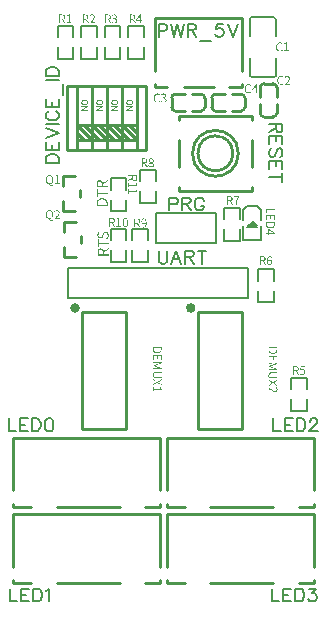
<source format=gto>
G04 Layer: TopSilkscreenLayer*
G04 EasyEDA v6.5.29, 2023-07-08 22:53:17*
G04 f4c6c8685b5442dcac5e84d632293f1e,52c161dc85b4440087471843f8ea1cfe,10*
G04 Gerber Generator version 0.2*
G04 Scale: 100 percent, Rotated: No, Reflected: No *
G04 Dimensions in millimeters *
G04 leading zeros omitted , absolute positions ,4 integer and 5 decimal *
%FSLAX45Y45*%
%MOMM*%

%ADD10C,0.1524*%
%ADD11C,0.0762*%
%ADD12C,0.2032*%
%ADD13C,0.2030*%
%ADD14C,0.2540*%
%ADD15C,0.1500*%
%ADD16C,0.4000*%
%ADD17C,0.0184*%

%LPD*%
G36*
X8977325Y12125706D02*
G01*
X8936177Y12101576D01*
X8934856Y12106300D01*
X8932976Y12110516D01*
X8930538Y12114225D01*
X8927592Y12117324D01*
X8924086Y12119813D01*
X8920022Y12121642D01*
X8915400Y12122759D01*
X8910269Y12123166D01*
X8903665Y12122556D01*
X8898178Y12120829D01*
X8893708Y12117984D01*
X8890152Y12114225D01*
X8887510Y12109551D01*
X8885732Y12104116D01*
X8884666Y12097918D01*
X8884361Y12091162D01*
X8884361Y12073128D01*
X8892997Y12073128D01*
X8892997Y12089384D01*
X8893911Y12099340D01*
X8896858Y12106706D01*
X8902192Y12111228D01*
X8910269Y12112752D01*
X8918346Y12111228D01*
X8924086Y12106706D01*
X8927439Y12099340D01*
X8928557Y12089384D01*
X8928557Y12073128D01*
X8884361Y12073128D01*
X8884361Y12062714D01*
X8977325Y12062714D01*
X8977325Y12073128D01*
X8937193Y12073128D01*
X8937193Y12090654D01*
X8977325Y12113768D01*
G37*
G36*
X8884361Y12045696D02*
G01*
X8884361Y11978386D01*
X8893251Y11978386D01*
X8893251Y12006580D01*
X8977325Y12006580D01*
X8977325Y12017248D01*
X8893251Y12017248D01*
X8893251Y12045696D01*
G37*
G36*
X8930589Y11970004D02*
G01*
X8923528Y11969699D01*
X8917025Y11968784D01*
X8911031Y11967260D01*
X8905595Y11965127D01*
X8900769Y11962384D01*
X8896502Y11959031D01*
X8892844Y11955119D01*
X8889847Y11950598D01*
X8887460Y11945467D01*
X8885732Y11939778D01*
X8884716Y11933478D01*
X8884361Y11926570D01*
X8884361Y11914378D01*
X8892997Y11914378D01*
X8892997Y11925808D01*
X8893251Y11931192D01*
X8894114Y11936120D01*
X8895486Y11940590D01*
X8897416Y11944553D01*
X8899855Y11948058D01*
X8902801Y11951055D01*
X8906256Y11953595D01*
X8910218Y11955678D01*
X8914638Y11957253D01*
X8919514Y11958421D01*
X8924798Y11959132D01*
X8930589Y11959336D01*
X8936278Y11959132D01*
X8941612Y11958421D01*
X8946489Y11957253D01*
X8950960Y11955678D01*
X8954973Y11953595D01*
X8958478Y11951055D01*
X8961526Y11948058D01*
X8964066Y11944553D01*
X8966047Y11940590D01*
X8967470Y11936120D01*
X8968384Y11931192D01*
X8968689Y11925808D01*
X8968689Y11914378D01*
X8884361Y11914378D01*
X8884361Y11903710D01*
X8977325Y11903710D01*
X8977325Y11927078D01*
X8976969Y11933834D01*
X8975852Y11940032D01*
X8974124Y11945670D01*
X8971686Y11950750D01*
X8968587Y11955221D01*
X8964879Y11959132D01*
X8960561Y11962434D01*
X8955684Y11965127D01*
X8950198Y11967260D01*
X8944203Y11968784D01*
X8937650Y11969699D01*
G37*
G36*
X8960916Y11688419D02*
G01*
X8951925Y11686895D01*
X8945168Y11682730D01*
X8940038Y11676634D01*
X8936024Y11669115D01*
X8927998Y11650218D01*
X8924798Y11645239D01*
X8920378Y11641582D01*
X8914180Y11640159D01*
X8908338Y11641480D01*
X8903868Y11645138D01*
X8900972Y11650878D01*
X8899956Y11658193D01*
X8900617Y11664492D01*
X8902446Y11670131D01*
X8905240Y11675160D01*
X8908846Y11679783D01*
X8902242Y11685371D01*
X8897569Y11679986D01*
X8893962Y11673586D01*
X8891676Y11666220D01*
X8890812Y11658193D01*
X8891320Y11652199D01*
X8892641Y11646712D01*
X8894775Y11641836D01*
X8897670Y11637619D01*
X8901176Y11634216D01*
X8905290Y11631625D01*
X8909913Y11630050D01*
X8914942Y11629491D01*
X8923934Y11631218D01*
X8930589Y11635740D01*
X8935313Y11641886D01*
X8938564Y11648541D01*
X8947556Y11668201D01*
X8950909Y11673179D01*
X8955379Y11676532D01*
X8961678Y11677751D01*
X8968282Y11676329D01*
X8973312Y11672316D01*
X8976563Y11665966D01*
X8977680Y11657431D01*
X8976868Y11650116D01*
X8974531Y11643207D01*
X8970822Y11636857D01*
X8965996Y11631269D01*
X8973108Y11624919D01*
X8978950Y11631523D01*
X8983370Y11639143D01*
X8986113Y11647678D01*
X8987078Y11657177D01*
X8986570Y11664035D01*
X8985097Y11670182D01*
X8982710Y11675516D01*
X8979560Y11680037D01*
X8975699Y11683593D01*
X8971229Y11686235D01*
X8966301Y11687860D01*
G37*
G36*
X8892336Y11620855D02*
G01*
X8892336Y11553291D01*
X8901226Y11553291D01*
X8901226Y11581739D01*
X8985300Y11581739D01*
X8985300Y11592407D01*
X8901226Y11592407D01*
X8901226Y11620855D01*
G37*
G36*
X8985300Y11547449D02*
G01*
X8944152Y11523573D01*
X8942832Y11528196D01*
X8941003Y11532412D01*
X8938564Y11536070D01*
X8935618Y11539220D01*
X8932113Y11541709D01*
X8928049Y11543588D01*
X8923426Y11544757D01*
X8918244Y11545163D01*
X8911691Y11544554D01*
X8906205Y11542776D01*
X8901684Y11539982D01*
X8898178Y11536172D01*
X8895537Y11531447D01*
X8893708Y11525961D01*
X8892692Y11519763D01*
X8892336Y11512905D01*
X8892336Y11495125D01*
X8900972Y11495125D01*
X8900972Y11511381D01*
X8901887Y11521287D01*
X8904884Y11528552D01*
X8910218Y11532971D01*
X8918244Y11534495D01*
X8926372Y11532971D01*
X8932062Y11528552D01*
X8935466Y11521287D01*
X8936532Y11511381D01*
X8936532Y11495125D01*
X8892336Y11495125D01*
X8892336Y11484457D01*
X8985300Y11484457D01*
X8985300Y11495125D01*
X8945168Y11495125D01*
X8945168Y11512397D01*
X8985300Y11535765D01*
G37*
G36*
X8569401Y13525601D02*
G01*
X8569401Y13518743D01*
X8590737Y13518743D01*
X8598662Y13518032D01*
X8604504Y13515695D01*
X8608060Y13511479D01*
X8609279Y13505027D01*
X8608060Y13498474D01*
X8604504Y13493851D01*
X8598662Y13491210D01*
X8590737Y13490295D01*
X8577783Y13490295D01*
X8577783Y13518743D01*
X8569401Y13518743D01*
X8569401Y13451179D01*
X8577783Y13451179D01*
X8577783Y13483183D01*
X8591753Y13483183D01*
X8610295Y13451179D01*
X8619693Y13451179D01*
X8600643Y13484199D01*
X8607755Y13486790D01*
X8613190Y13491108D01*
X8616696Y13497204D01*
X8617915Y13505027D01*
X8617458Y13510310D01*
X8616035Y13514679D01*
X8613749Y13518235D01*
X8610701Y13521029D01*
X8606891Y13523112D01*
X8602522Y13524534D01*
X8597493Y13525347D01*
X8592007Y13525601D01*
G37*
G36*
X8650427Y13525601D02*
G01*
X8647277Y13524026D01*
X8643772Y13522604D01*
X8639810Y13521436D01*
X8635187Y13520521D01*
X8635187Y13515187D01*
X8648395Y13515187D01*
X8648395Y13458037D01*
X8631631Y13458037D01*
X8631631Y13451179D01*
X8671763Y13451179D01*
X8671763Y13458037D01*
X8656523Y13458037D01*
X8656523Y13525601D01*
G37*
G36*
X8846210Y13526871D02*
G01*
X8839809Y13526109D01*
X8834170Y13523925D01*
X8829192Y13520470D01*
X8824620Y13515949D01*
X8829446Y13511377D01*
X8832850Y13514832D01*
X8836660Y13517676D01*
X8840774Y13519556D01*
X8845194Y13520267D01*
X8851493Y13519099D01*
X8855913Y13515898D01*
X8858554Y13510971D01*
X8859418Y13504773D01*
X8858910Y13499846D01*
X8857386Y13494664D01*
X8854795Y13489178D01*
X8851138Y13483386D01*
X8846362Y13477240D01*
X8840470Y13470737D01*
X8833358Y13463727D01*
X8825128Y13456259D01*
X8825128Y13451179D01*
X8871102Y13451179D01*
X8871102Y13458291D01*
X8846820Y13458291D01*
X8837574Y13457783D01*
X8844127Y13464082D01*
X8849969Y13470280D01*
X8855100Y13476274D01*
X8859418Y13482167D01*
X8862872Y13488009D01*
X8865412Y13493750D01*
X8866987Y13499388D01*
X8867546Y13505027D01*
X8867190Y13509802D01*
X8866073Y13514019D01*
X8864295Y13517778D01*
X8861806Y13520928D01*
X8858758Y13523468D01*
X8855100Y13525347D01*
X8850934Y13526516D01*
G37*
G36*
X8767216Y13525601D02*
G01*
X8767216Y13518743D01*
X8788552Y13518743D01*
X8796477Y13518032D01*
X8802319Y13515695D01*
X8805875Y13511479D01*
X8807094Y13505027D01*
X8805875Y13498474D01*
X8802319Y13493851D01*
X8796477Y13491210D01*
X8788552Y13490295D01*
X8775598Y13490295D01*
X8775598Y13518743D01*
X8767216Y13518743D01*
X8767216Y13451179D01*
X8775598Y13451179D01*
X8775598Y13483183D01*
X8789568Y13483183D01*
X8808110Y13451179D01*
X8817508Y13451179D01*
X8798458Y13484199D01*
X8805570Y13486790D01*
X8811006Y13491108D01*
X8814511Y13497204D01*
X8815730Y13505027D01*
X8815222Y13510310D01*
X8813800Y13514679D01*
X8811564Y13518235D01*
X8808466Y13521029D01*
X8804706Y13523112D01*
X8800287Y13524534D01*
X8795308Y13525347D01*
X8789822Y13525601D01*
G37*
G36*
X9035338Y13526871D02*
G01*
X9029344Y13526211D01*
X9024010Y13524382D01*
X9019235Y13521639D01*
X9015018Y13518235D01*
X9019590Y13512647D01*
X9022842Y13515644D01*
X9026550Y13517981D01*
X9030665Y13519607D01*
X9035084Y13520267D01*
X9040520Y13519251D01*
X9044584Y13516711D01*
X9047124Y13512850D01*
X9048038Y13507821D01*
X9046921Y13501979D01*
X9043416Y13497356D01*
X9036964Y13494257D01*
X9027210Y13493089D01*
X9027210Y13486739D01*
X9038183Y13485622D01*
X9045498Y13482421D01*
X9049562Y13477544D01*
X9050832Y13471245D01*
X9049664Y13465251D01*
X9046413Y13460679D01*
X9041485Y13457783D01*
X9035338Y13456767D01*
X9029242Y13457478D01*
X9024213Y13459409D01*
X9020048Y13462152D01*
X9016542Y13465403D01*
X9012224Y13460069D01*
X9016288Y13456259D01*
X9021419Y13453008D01*
X9027871Y13450773D01*
X9035846Y13449909D01*
X9040571Y13450316D01*
X9044940Y13451382D01*
X9048902Y13453110D01*
X9052356Y13455497D01*
X9055201Y13458545D01*
X9057386Y13462152D01*
X9058706Y13466318D01*
X9059214Y13470991D01*
X9057944Y13478001D01*
X9054541Y13483590D01*
X9049461Y13487654D01*
X9043212Y13490041D01*
X9043212Y13490295D01*
X9048597Y13493140D01*
X9052864Y13497102D01*
X9055658Y13502233D01*
X9056674Y13508583D01*
X9055049Y13516406D01*
X9050578Y13522147D01*
X9043771Y13525652D01*
G37*
G36*
X8955836Y13525601D02*
G01*
X8955836Y13518743D01*
X8977172Y13518743D01*
X8985097Y13518032D01*
X8990888Y13515695D01*
X8994495Y13511479D01*
X8995714Y13505027D01*
X8994495Y13498474D01*
X8990888Y13493851D01*
X8985097Y13491210D01*
X8977172Y13490295D01*
X8964218Y13490295D01*
X8964218Y13518743D01*
X8955836Y13518743D01*
X8955836Y13451179D01*
X8964218Y13451179D01*
X8964218Y13483183D01*
X8978188Y13483183D01*
X8996730Y13451179D01*
X9006128Y13451179D01*
X8987078Y13484199D01*
X8994140Y13486790D01*
X8999575Y13491108D01*
X9003080Y13497204D01*
X9004350Y13505027D01*
X9003842Y13510310D01*
X9002420Y13514679D01*
X9000134Y13518235D01*
X8997086Y13521029D01*
X8993327Y13523112D01*
X8988907Y13524534D01*
X8983929Y13525347D01*
X8978442Y13525601D01*
G37*
G36*
X9164421Y13525601D02*
G01*
X9164421Y13518743D01*
X9185757Y13518743D01*
X9193682Y13518032D01*
X9199473Y13515695D01*
X9203080Y13511479D01*
X9204299Y13505027D01*
X9203080Y13498474D01*
X9199473Y13493851D01*
X9193682Y13491210D01*
X9185757Y13490295D01*
X9172803Y13490295D01*
X9172803Y13518743D01*
X9164421Y13518743D01*
X9164421Y13451179D01*
X9172803Y13451179D01*
X9172803Y13483183D01*
X9186773Y13483183D01*
X9205315Y13451179D01*
X9214713Y13451179D01*
X9195663Y13484199D01*
X9202724Y13486790D01*
X9208211Y13491108D01*
X9211716Y13497204D01*
X9212935Y13505027D01*
X9212427Y13510310D01*
X9211005Y13514679D01*
X9208770Y13518235D01*
X9205671Y13521029D01*
X9201912Y13523112D01*
X9197492Y13524534D01*
X9192514Y13525347D01*
X9187027Y13525601D01*
G37*
G36*
X9251289Y13525601D02*
G01*
X9220375Y13478611D01*
X9228429Y13478611D01*
X9246463Y13505027D01*
X9252305Y13515949D01*
X9252813Y13515949D01*
X9252305Y13502741D01*
X9252305Y13478611D01*
X9220375Y13478611D01*
X9219539Y13477341D01*
X9219539Y13472007D01*
X9252305Y13472007D01*
X9252305Y13451179D01*
X9260179Y13451179D01*
X9260179Y13472007D01*
X9270339Y13472007D01*
X9270339Y13478611D01*
X9260179Y13478611D01*
X9260179Y13525601D01*
G37*
G36*
X9360357Y10711942D02*
G01*
X9360357Y10703560D01*
X9427921Y10703560D01*
X9427921Y10694416D01*
X9427413Y10688066D01*
X9425940Y10682630D01*
X9423450Y10678058D01*
X9420098Y10674299D01*
X9415830Y10671403D01*
X9410700Y10669371D01*
X9404705Y10668152D01*
X9397949Y10667746D01*
X9391192Y10668152D01*
X9385096Y10669371D01*
X9379864Y10671403D01*
X9375444Y10674299D01*
X9371939Y10678058D01*
X9369348Y10682630D01*
X9367774Y10688066D01*
X9367215Y10694416D01*
X9367215Y10703560D01*
X9360357Y10703560D01*
X9360357Y10693400D01*
X9360662Y10687964D01*
X9361525Y10682986D01*
X9362948Y10678515D01*
X9364929Y10674451D01*
X9367418Y10670895D01*
X9370415Y10667796D01*
X9373870Y10665155D01*
X9377832Y10662970D01*
X9382252Y10661294D01*
X9387078Y10660075D01*
X9392310Y10659364D01*
X9397949Y10659110D01*
X9403588Y10659364D01*
X9408820Y10660075D01*
X9413595Y10661294D01*
X9417913Y10662970D01*
X9421774Y10665155D01*
X9425127Y10667796D01*
X9428022Y10670946D01*
X9430410Y10674553D01*
X9432340Y10678617D01*
X9433661Y10683138D01*
X9434525Y10688167D01*
X9434779Y10693654D01*
X9434779Y10711942D01*
G37*
G36*
X9360357Y10642600D02*
G01*
X9360357Y10599166D01*
X9367469Y10599166D01*
X9367469Y10634218D01*
X9395917Y10634218D01*
X9395917Y10605770D01*
X9403283Y10605770D01*
X9403283Y10634218D01*
X9427667Y10634218D01*
X9427667Y10600182D01*
X9434779Y10600182D01*
X9434779Y10642600D01*
G37*
G36*
X9360357Y10583164D02*
G01*
X9360357Y10575798D01*
X9408464Y10575899D01*
X9424873Y10576814D01*
X9424873Y10576306D01*
X9408109Y10570464D01*
X9367977Y10555732D01*
X9367977Y10549890D01*
X9408109Y10535412D01*
X9424873Y10529570D01*
X9424873Y10529062D01*
X9414103Y10529773D01*
X9403283Y10530078D01*
X9360357Y10530078D01*
X9360357Y10522458D01*
X9434779Y10522458D01*
X9434779Y10532618D01*
X9378391Y10552430D01*
X9378391Y10552938D01*
X9394139Y10558272D01*
X9434779Y10573004D01*
X9434779Y10583164D01*
G37*
G36*
X9390583Y10501884D02*
G01*
X9382455Y10501325D01*
X9375698Y10499801D01*
X9370263Y10497413D01*
X9365996Y10494213D01*
X9362846Y10490301D01*
X9360712Y10485780D01*
X9359493Y10480852D01*
X9359087Y10475468D01*
X9359493Y10470184D01*
X9360712Y10465257D01*
X9362846Y10460837D01*
X9365996Y10456976D01*
X9370263Y10453776D01*
X9375698Y10451338D01*
X9382455Y10449814D01*
X9390583Y10449306D01*
X9434779Y10449306D01*
X9434779Y10457180D01*
X9390583Y10457180D01*
X9384233Y10457535D01*
X9379000Y10458653D01*
X9374835Y10460329D01*
X9371584Y10462615D01*
X9369196Y10465308D01*
X9367621Y10468406D01*
X9366758Y10471810D01*
X9366453Y10475468D01*
X9366758Y10479074D01*
X9367621Y10482478D01*
X9369196Y10485526D01*
X9371584Y10488218D01*
X9374835Y10490403D01*
X9379000Y10492079D01*
X9384233Y10493146D01*
X9390583Y10493502D01*
X9434779Y10493502D01*
X9434779Y10501884D01*
G37*
G36*
X9360357Y10438384D02*
G01*
X9360357Y10429748D01*
X9393123Y10412476D01*
X9393123Y10411968D01*
X9360357Y10394188D01*
X9360357Y10384790D01*
X9398457Y10406634D01*
X9434779Y10386314D01*
X9434779Y10394950D01*
X9407347Y10409529D01*
X9404299Y10410952D01*
X9404299Y10411460D01*
X9410039Y10414457D01*
X9414967Y10417302D01*
X9434779Y10427716D01*
X9434779Y10437114D01*
X9398711Y10416794D01*
G37*
G36*
X9360357Y10374122D02*
G01*
X9360357Y10333990D01*
X9367215Y10333990D01*
X9367215Y10349230D01*
X9434779Y10349230D01*
X9434779Y10355580D01*
X9433153Y10358628D01*
X9431782Y10362133D01*
X9430613Y10366095D01*
X9429699Y10370566D01*
X9424365Y10370566D01*
X9424365Y10357358D01*
X9367215Y10357358D01*
X9367215Y10374122D01*
G37*
G36*
X10340289Y10706862D02*
G01*
X10340289Y10698480D01*
X10407853Y10698480D01*
X10407853Y10689336D01*
X10407345Y10682935D01*
X10405872Y10677398D01*
X10403382Y10672775D01*
X10400030Y10669016D01*
X10395762Y10666120D01*
X10390632Y10664037D01*
X10384637Y10662818D01*
X10377881Y10662412D01*
X10371124Y10662818D01*
X10365079Y10664037D01*
X10359898Y10666120D01*
X10355529Y10669016D01*
X10352024Y10672775D01*
X10349484Y10677398D01*
X10347960Y10682935D01*
X10347401Y10689336D01*
X10347401Y10698480D01*
X10340289Y10698480D01*
X10340289Y10688320D01*
X10340594Y10682884D01*
X10341457Y10677906D01*
X10342880Y10673384D01*
X10344861Y10669320D01*
X10347350Y10665714D01*
X10350347Y10662564D01*
X10353802Y10659872D01*
X10357764Y10657687D01*
X10362184Y10656011D01*
X10367010Y10654741D01*
X10372242Y10654030D01*
X10377881Y10653776D01*
X10383520Y10654030D01*
X10388752Y10654741D01*
X10393527Y10656011D01*
X10397845Y10657687D01*
X10401706Y10659922D01*
X10405059Y10662615D01*
X10407954Y10665764D01*
X10410342Y10669371D01*
X10412272Y10673486D01*
X10413593Y10678058D01*
X10414457Y10683087D01*
X10414711Y10688574D01*
X10414711Y10706862D01*
G37*
G36*
X10340289Y10637520D02*
G01*
X10340289Y10593832D01*
X10347401Y10593832D01*
X10347401Y10628884D01*
X10376103Y10628884D01*
X10376103Y10600436D01*
X10383215Y10600436D01*
X10383215Y10628884D01*
X10407599Y10628884D01*
X10407599Y10595102D01*
X10414711Y10595102D01*
X10414711Y10637520D01*
G37*
G36*
X10340289Y10578084D02*
G01*
X10340289Y10570464D01*
X10388498Y10570565D01*
X10404805Y10571480D01*
X10404805Y10570972D01*
X10388041Y10565130D01*
X10347909Y10550652D01*
X10347909Y10544810D01*
X10404805Y10524236D01*
X10404805Y10523982D01*
X10383469Y10524998D01*
X10340289Y10524998D01*
X10340289Y10517124D01*
X10414711Y10517124D01*
X10414711Y10527538D01*
X10370108Y10543286D01*
X10358323Y10547096D01*
X10358323Y10547604D01*
X10414711Y10567670D01*
X10414711Y10578084D01*
G37*
G36*
X10370515Y10496804D02*
G01*
X10362387Y10496245D01*
X10355630Y10494721D01*
X10350195Y10492333D01*
X10345928Y10489133D01*
X10342778Y10485221D01*
X10340644Y10480700D01*
X10339425Y10475772D01*
X10339019Y10470388D01*
X10339425Y10465003D01*
X10340644Y10460024D01*
X10342778Y10455554D01*
X10345928Y10451642D01*
X10350195Y10448442D01*
X10355630Y10446004D01*
X10362387Y10444480D01*
X10370515Y10443972D01*
X10414711Y10443972D01*
X10414711Y10452100D01*
X10370515Y10452100D01*
X10364216Y10452455D01*
X10359034Y10453522D01*
X10354868Y10455198D01*
X10351617Y10457434D01*
X10349230Y10460126D01*
X10347604Y10463225D01*
X10346690Y10466679D01*
X10346385Y10470388D01*
X10347604Y10477347D01*
X10351617Y10482986D01*
X10359034Y10486796D01*
X10370515Y10488168D01*
X10414711Y10488168D01*
X10414711Y10496804D01*
G37*
G36*
X10340289Y10433304D02*
G01*
X10340289Y10424668D01*
X10373055Y10407142D01*
X10373055Y10406888D01*
X10340289Y10388854D01*
X10340289Y10379710D01*
X10378389Y10401554D01*
X10414711Y10380980D01*
X10414711Y10389870D01*
X10392562Y10401706D01*
X10384485Y10405618D01*
X10384485Y10406126D01*
X10414711Y10422636D01*
X10414711Y10432034D01*
X10378897Y10411460D01*
G37*
G36*
X10405313Y10373868D02*
G01*
X10400487Y10369042D01*
X10404043Y10365587D01*
X10406837Y10361777D01*
X10408716Y10357612D01*
X10409377Y10353040D01*
X10408208Y10346791D01*
X10405008Y10342422D01*
X10400182Y10339882D01*
X10394137Y10339070D01*
X10389209Y10339578D01*
X10383977Y10341051D01*
X10378490Y10343642D01*
X10372699Y10347248D01*
X10366552Y10352024D01*
X10359948Y10357916D01*
X10352938Y10365028D01*
X10345369Y10373360D01*
X10340289Y10373360D01*
X10340289Y10327386D01*
X10347401Y10327386D01*
X10347350Y10354716D01*
X10346893Y10360914D01*
X10353192Y10354360D01*
X10359390Y10348518D01*
X10365435Y10343388D01*
X10371429Y10339070D01*
X10377271Y10335615D01*
X10383062Y10333024D01*
X10388752Y10331450D01*
X10394391Y10330942D01*
X10403332Y10332415D01*
X10410139Y10336631D01*
X10414457Y10343388D01*
X10415981Y10352278D01*
X10415219Y10358628D01*
X10413034Y10364216D01*
X10409682Y10369194D01*
G37*
G36*
X10546791Y10549229D02*
G01*
X10546791Y10542371D01*
X10568127Y10542371D01*
X10576052Y10541660D01*
X10581894Y10539323D01*
X10585450Y10535056D01*
X10586669Y10528655D01*
X10585450Y10522051D01*
X10581894Y10517479D01*
X10576052Y10514787D01*
X10568127Y10513923D01*
X10555173Y10513923D01*
X10555173Y10542371D01*
X10546791Y10542371D01*
X10546791Y10474807D01*
X10555173Y10474807D01*
X10555173Y10506811D01*
X10569143Y10506811D01*
X10587685Y10474807D01*
X10597083Y10474807D01*
X10578033Y10507827D01*
X10585145Y10510367D01*
X10590580Y10514685D01*
X10594086Y10520781D01*
X10595305Y10528655D01*
X10594848Y10533888D01*
X10593425Y10538307D01*
X10591139Y10541863D01*
X10588091Y10544657D01*
X10584281Y10546740D01*
X10579862Y10548162D01*
X10574883Y10548975D01*
X10569397Y10549229D01*
G37*
G36*
X10611307Y10549229D02*
G01*
X10609021Y10514685D01*
X10613593Y10511891D01*
X10616539Y10513720D01*
X10619435Y10515092D01*
X10622534Y10515904D01*
X10626039Y10516209D01*
X10632643Y10514990D01*
X10637672Y10511536D01*
X10640923Y10505998D01*
X10642041Y10498683D01*
X10640771Y10491114D01*
X10637266Y10485323D01*
X10632084Y10481665D01*
X10625785Y10480395D01*
X10619740Y10481106D01*
X10614710Y10482935D01*
X10610494Y10485628D01*
X10606989Y10488777D01*
X10602925Y10483443D01*
X10607141Y10479735D01*
X10612221Y10476585D01*
X10618571Y10474350D01*
X10626293Y10473537D01*
X10630916Y10473944D01*
X10635335Y10475214D01*
X10639399Y10477296D01*
X10643057Y10480141D01*
X10646105Y10483748D01*
X10648391Y10488117D01*
X10649915Y10493146D01*
X10650423Y10498937D01*
X10649966Y10504678D01*
X10648696Y10509605D01*
X10646664Y10513669D01*
X10643920Y10516920D01*
X10640618Y10519410D01*
X10636808Y10521188D01*
X10632592Y10522204D01*
X10628071Y10522559D01*
X10624820Y10522356D01*
X10621873Y10521797D01*
X10619181Y10520832D01*
X10616641Y10519511D01*
X10618673Y10542117D01*
X10646867Y10542117D01*
X10646867Y10549229D01*
G37*
G36*
X10352989Y11480292D02*
G01*
X10347706Y11479784D01*
X10342727Y11478107D01*
X10338104Y11475313D01*
X10334040Y11471148D01*
X10330637Y11465661D01*
X10328046Y11458651D01*
X10326370Y11450116D01*
X10325811Y11439906D01*
X10326098Y11434572D01*
X10333685Y11434572D01*
X10337596Y11439144D01*
X10341610Y11442192D01*
X10345623Y11443919D01*
X10349433Y11444478D01*
X10355580Y11443258D01*
X10359898Y11439804D01*
X10362539Y11434419D01*
X10363403Y11427460D01*
X10362387Y11420348D01*
X10359644Y11414810D01*
X10355478Y11411204D01*
X10350195Y11409934D01*
X10343642Y11411559D01*
X10338663Y11416334D01*
X10335310Y11424107D01*
X10333685Y11434572D01*
X10326098Y11434572D01*
X10326268Y11431422D01*
X10327589Y11424005D01*
X10329773Y11417757D01*
X10332669Y11412575D01*
X10336225Y11408562D01*
X10340340Y11405666D01*
X10345064Y11403939D01*
X10350195Y11403330D01*
X10354360Y11403787D01*
X10358272Y11405057D01*
X10361879Y11407140D01*
X10364978Y11409984D01*
X10367619Y11413490D01*
X10369550Y11417604D01*
X10370820Y11422278D01*
X10371277Y11427460D01*
X10370870Y11432844D01*
X10369804Y11437518D01*
X10368076Y11441480D01*
X10365740Y11444732D01*
X10362793Y11447272D01*
X10359237Y11449100D01*
X10355224Y11450218D01*
X10350703Y11450574D01*
X10346080Y11449964D01*
X10341559Y11448237D01*
X10337292Y11445443D01*
X10333431Y11441684D01*
X10333990Y11449862D01*
X10335260Y11456619D01*
X10337139Y11462105D01*
X10339578Y11466423D01*
X10342524Y11469624D01*
X10345826Y11471808D01*
X10349382Y11473027D01*
X10353243Y11473434D01*
X10356596Y11473027D01*
X10359745Y11471859D01*
X10362641Y11470030D01*
X10365181Y11467592D01*
X10370007Y11472926D01*
X10366654Y11475923D01*
X10362692Y11478260D01*
X10358170Y11479733D01*
G37*
G36*
X10266629Y11479022D02*
G01*
X10266629Y11472164D01*
X10287965Y11472164D01*
X10295890Y11471452D01*
X10301681Y11469116D01*
X10305288Y11464899D01*
X10306507Y11458448D01*
X10305288Y11451844D01*
X10301681Y11447272D01*
X10295890Y11444579D01*
X10287965Y11443716D01*
X10275011Y11443716D01*
X10275011Y11472164D01*
X10266629Y11472164D01*
X10266629Y11404600D01*
X10275011Y11404600D01*
X10275011Y11436604D01*
X10288981Y11436604D01*
X10307523Y11404600D01*
X10316921Y11404600D01*
X10297871Y11437620D01*
X10304932Y11440210D01*
X10310368Y11444528D01*
X10313873Y11450574D01*
X10315143Y11458448D01*
X10314635Y11463731D01*
X10313212Y11468100D01*
X10310926Y11471656D01*
X10307878Y11474450D01*
X10304119Y11476532D01*
X10299700Y11477955D01*
X10294721Y11478768D01*
X10289235Y11479022D01*
G37*
G36*
X10318089Y11882678D02*
G01*
X10318089Y11841276D01*
X10325201Y11841276D01*
X10325201Y11874296D01*
X10392511Y11874296D01*
X10392511Y11882678D01*
G37*
G36*
X10318089Y11828068D02*
G01*
X10318089Y11784634D01*
X10325201Y11784634D01*
X10325201Y11819686D01*
X10353649Y11819686D01*
X10353649Y11791238D01*
X10360761Y11791238D01*
X10360761Y11819686D01*
X10385399Y11819686D01*
X10385399Y11785904D01*
X10392511Y11785904D01*
X10392511Y11828068D01*
G37*
G36*
X10318089Y11768886D02*
G01*
X10318089Y11760504D01*
X10385399Y11760504D01*
X10385399Y11751106D01*
X10384891Y11744756D01*
X10383367Y11739321D01*
X10380929Y11734749D01*
X10377525Y11730990D01*
X10373258Y11728094D01*
X10368127Y11726062D01*
X10362184Y11724843D01*
X10355427Y11724436D01*
X10348722Y11724843D01*
X10342727Y11726062D01*
X10337495Y11728094D01*
X10333126Y11730990D01*
X10329621Y11734749D01*
X10327081Y11739321D01*
X10325455Y11744756D01*
X10324947Y11751106D01*
X10324947Y11760504D01*
X10318089Y11760504D01*
X10318089Y11750090D01*
X10318394Y11744706D01*
X10319207Y11739778D01*
X10320629Y11735308D01*
X10322560Y11731244D01*
X10325049Y11727688D01*
X10327995Y11724538D01*
X10331450Y11721896D01*
X10335361Y11719712D01*
X10339730Y11717985D01*
X10344556Y11716766D01*
X10349788Y11716054D01*
X10355427Y11715800D01*
X10361066Y11716054D01*
X10366298Y11716766D01*
X10371074Y11718036D01*
X10375442Y11719712D01*
X10379303Y11721947D01*
X10382707Y11724640D01*
X10385653Y11727789D01*
X10388092Y11731396D01*
X10389971Y11735511D01*
X10391394Y11740083D01*
X10392206Y11745112D01*
X10392511Y11750598D01*
X10392511Y11768886D01*
G37*
G36*
X10338663Y11707926D02*
G01*
X10338663Y11699036D01*
X10345267Y11699036D01*
X10371937Y11681002D01*
X10382859Y11675160D01*
X10382859Y11674652D01*
X10369397Y11675160D01*
X10345267Y11675160D01*
X10345267Y11699036D01*
X10338663Y11699036D01*
X10338663Y11675160D01*
X10318089Y11675160D01*
X10318089Y11667540D01*
X10338663Y11667540D01*
X10338663Y11657126D01*
X10345267Y11657126D01*
X10345267Y11667540D01*
X10392511Y11667540D01*
X10392511Y11676176D01*
X10343997Y11707926D01*
G37*
G36*
X9987229Y11987022D02*
G01*
X9987229Y11980164D01*
X10008565Y11980164D01*
X10016490Y11979452D01*
X10022281Y11977116D01*
X10025888Y11972848D01*
X10027107Y11966448D01*
X10025888Y11959844D01*
X10022281Y11955272D01*
X10016490Y11952579D01*
X10008565Y11951716D01*
X9995611Y11951716D01*
X9995611Y11980164D01*
X9987229Y11980164D01*
X9987229Y11912600D01*
X9995611Y11912600D01*
X9995611Y11944604D01*
X10009581Y11944604D01*
X10028123Y11912600D01*
X10037521Y11912600D01*
X10018471Y11945620D01*
X10025532Y11948210D01*
X10031018Y11952478D01*
X10034524Y11958574D01*
X10035743Y11966448D01*
X10035235Y11971680D01*
X10033812Y11976100D01*
X10031577Y11979656D01*
X10028478Y11982450D01*
X10024719Y11984532D01*
X10020300Y11985955D01*
X10015321Y11986768D01*
X10009835Y11987022D01*
G37*
G36*
X10045395Y11987022D02*
G01*
X10045395Y11979910D01*
X10081971Y11979910D01*
X10078466Y11974880D01*
X10075367Y11969851D01*
X10072624Y11964873D01*
X10070236Y11959793D01*
X10068153Y11954662D01*
X10066375Y11949379D01*
X10064851Y11943943D01*
X10063632Y11938304D01*
X10062616Y11932361D01*
X10061295Y11919559D01*
X10060889Y11912600D01*
X10069525Y11912600D01*
X10070338Y11926214D01*
X10071862Y11938406D01*
X10072979Y11944146D01*
X10074351Y11949633D01*
X10076129Y11955018D01*
X10078262Y11960352D01*
X10080853Y11965635D01*
X10083901Y11970969D01*
X10087457Y11976354D01*
X10091623Y11981942D01*
X10091623Y11987022D01*
G37*
G36*
X10436301Y13289889D02*
G01*
X10429544Y13289229D01*
X10423296Y13287248D01*
X10417759Y13283996D01*
X10413034Y13279577D01*
X10409123Y13273989D01*
X10406227Y13267385D01*
X10404449Y13259816D01*
X10403840Y13251281D01*
X10404449Y13242798D01*
X10406227Y13235228D01*
X10409123Y13228675D01*
X10412984Y13223189D01*
X10417657Y13218769D01*
X10423093Y13215569D01*
X10429189Y13213588D01*
X10435844Y13212927D01*
X10442600Y13213638D01*
X10448544Y13215721D01*
X10453776Y13219023D01*
X10458399Y13223595D01*
X10453878Y13228929D01*
X10450068Y13225221D01*
X10445953Y13222528D01*
X10441381Y13220852D01*
X10436301Y13220293D01*
X10431068Y13220852D01*
X10426395Y13222528D01*
X10422280Y13225170D01*
X10418876Y13228777D01*
X10416133Y13233298D01*
X10414101Y13238632D01*
X10412882Y13244728D01*
X10412476Y13251535D01*
X10412882Y13258342D01*
X10414203Y13264438D01*
X10416286Y13269722D01*
X10419080Y13274192D01*
X10422585Y13277748D01*
X10426700Y13280390D01*
X10431373Y13281964D01*
X10436606Y13282523D01*
X10441127Y13282015D01*
X10445191Y13280593D01*
X10448848Y13278357D01*
X10452049Y13275411D01*
X10456672Y13280745D01*
X10452912Y13284200D01*
X10448290Y13287146D01*
X10442752Y13289127D01*
G37*
G36*
X10489895Y13288619D02*
G01*
X10486847Y13286994D01*
X10483392Y13285622D01*
X10479430Y13284454D01*
X10474960Y13283539D01*
X10474960Y13278205D01*
X10487863Y13278205D01*
X10487863Y13221055D01*
X10471404Y13221055D01*
X10471404Y13214197D01*
X10511231Y13214197D01*
X10511231Y13221055D01*
X10496245Y13221055D01*
X10496245Y13288619D01*
G37*
G36*
X10446410Y13007340D02*
G01*
X10439603Y13006679D01*
X10433405Y13004647D01*
X10427868Y13001396D01*
X10423093Y12996976D01*
X10419232Y12991439D01*
X10416336Y12984835D01*
X10414508Y12977266D01*
X10413898Y12968732D01*
X10414508Y12960146D01*
X10416286Y12952577D01*
X10419130Y12945973D01*
X10422940Y12940487D01*
X10427614Y12936169D01*
X10433050Y12932968D01*
X10439196Y12931038D01*
X10445902Y12930378D01*
X10452658Y12931089D01*
X10458602Y12933121D01*
X10463885Y12936474D01*
X10468508Y12941046D01*
X10463682Y12946126D01*
X10459923Y12942570D01*
X10455859Y12939928D01*
X10451338Y12938302D01*
X10446156Y12937744D01*
X10440974Y12938302D01*
X10436352Y12939928D01*
X10432288Y12942519D01*
X10428884Y12946126D01*
X10426192Y12950596D01*
X10424160Y12955981D01*
X10422940Y12962077D01*
X10422534Y12968986D01*
X10422940Y12975793D01*
X10424210Y12981838D01*
X10426242Y12987172D01*
X10429036Y12991642D01*
X10432491Y12995198D01*
X10436555Y12997789D01*
X10441228Y12999415D01*
X10446410Y12999974D01*
X10451084Y12999415D01*
X10455198Y12997942D01*
X10458805Y12995706D01*
X10461904Y12992862D01*
X10466730Y12998196D01*
X10463022Y13001650D01*
X10458348Y13004596D01*
X10452811Y13006578D01*
G37*
G36*
X10497972Y13007340D02*
G01*
X10491470Y13006578D01*
X10485831Y13004342D01*
X10480903Y13000888D01*
X10476382Y12996418D01*
X10481208Y12991846D01*
X10484612Y12995249D01*
X10488422Y12997992D01*
X10492536Y12999821D01*
X10496956Y13000482D01*
X10503255Y12999313D01*
X10507675Y12996113D01*
X10510316Y12991287D01*
X10511180Y12985242D01*
X10510672Y12980263D01*
X10509148Y12975082D01*
X10506557Y12969595D01*
X10502900Y12963804D01*
X10498124Y12957657D01*
X10492181Y12951053D01*
X10485120Y12943992D01*
X10476890Y12936474D01*
X10476890Y12931648D01*
X10522864Y12931648D01*
X10522864Y12938760D01*
X10498531Y12938709D01*
X10492282Y12938353D01*
X10489336Y12937998D01*
X10495788Y12944398D01*
X10501630Y12950596D01*
X10506760Y12956641D01*
X10511078Y12962585D01*
X10514584Y12968427D01*
X10517174Y12974167D01*
X10518749Y12979857D01*
X10519308Y12985496D01*
X10518902Y12990220D01*
X10517835Y12994487D01*
X10516057Y12998196D01*
X10513568Y13001345D01*
X10510520Y13003885D01*
X10506862Y13005765D01*
X10502696Y13006933D01*
G37*
G36*
X9400590Y12857276D02*
G01*
X9393834Y12856616D01*
X9387586Y12854635D01*
X9382048Y12851384D01*
X9377324Y12846964D01*
X9373412Y12841376D01*
X9370517Y12834772D01*
X9368739Y12827203D01*
X9368078Y12818668D01*
X9368688Y12810185D01*
X9370466Y12802616D01*
X9373311Y12796062D01*
X9377121Y12790576D01*
X9381845Y12786156D01*
X9387281Y12782956D01*
X9393377Y12780975D01*
X9400082Y12780314D01*
X9406890Y12781026D01*
X9412833Y12783108D01*
X9418066Y12786461D01*
X9422688Y12790982D01*
X9417862Y12796316D01*
X9414154Y12792608D01*
X9410090Y12789916D01*
X9405518Y12788239D01*
X9400336Y12787680D01*
X9395206Y12788239D01*
X9390532Y12789916D01*
X9386519Y12792557D01*
X9383115Y12796164D01*
X9380372Y12800685D01*
X9378391Y12806019D01*
X9377172Y12812115D01*
X9376714Y12818922D01*
X9377172Y12825730D01*
X9378442Y12831826D01*
X9380474Y12837109D01*
X9383217Y12841579D01*
X9386671Y12845135D01*
X9390786Y12847777D01*
X9395409Y12849352D01*
X9400590Y12849910D01*
X9405264Y12849402D01*
X9409379Y12847980D01*
X9412986Y12845745D01*
X9416084Y12842798D01*
X9420910Y12848132D01*
X9417202Y12851638D01*
X9412579Y12854533D01*
X9407042Y12856565D01*
G37*
G36*
X9452660Y12857276D02*
G01*
X9446717Y12856616D01*
X9441332Y12854787D01*
X9436506Y12852044D01*
X9432086Y12848640D01*
X9436658Y12843052D01*
X9440113Y12846050D01*
X9443872Y12848386D01*
X9447987Y12850012D01*
X9452406Y12850672D01*
X9457893Y12849656D01*
X9461957Y12847116D01*
X9464497Y12843256D01*
X9465360Y12838226D01*
X9464294Y12832384D01*
X9460788Y12827711D01*
X9454337Y12824612D01*
X9444532Y12823494D01*
X9444532Y12817144D01*
X9455505Y12816027D01*
X9462820Y12812826D01*
X9466935Y12807950D01*
X9468154Y12801650D01*
X9466986Y12795656D01*
X9463735Y12791084D01*
X9458756Y12788188D01*
X9452406Y12787172D01*
X9446463Y12787884D01*
X9441484Y12789814D01*
X9437268Y12792557D01*
X9433610Y12795808D01*
X9429546Y12790474D01*
X9433560Y12786664D01*
X9438690Y12783413D01*
X9445091Y12781178D01*
X9452914Y12780314D01*
X9457740Y12780670D01*
X9462160Y12781788D01*
X9466122Y12783515D01*
X9469577Y12785902D01*
X9472371Y12788950D01*
X9474504Y12792557D01*
X9475825Y12796723D01*
X9476282Y12801396D01*
X9475063Y12808407D01*
X9471660Y12813995D01*
X9466681Y12818059D01*
X9460534Y12820446D01*
X9460534Y12820700D01*
X9465919Y12823545D01*
X9470085Y12827457D01*
X9472828Y12832588D01*
X9473742Y12838988D01*
X9472168Y12846812D01*
X9467799Y12852552D01*
X9461093Y12856057D01*
G37*
G36*
X10170820Y12937286D02*
G01*
X10164013Y12936626D01*
X10157815Y12934594D01*
X10152278Y12931394D01*
X10147503Y12926923D01*
X10143642Y12921386D01*
X10140746Y12914782D01*
X10138918Y12907213D01*
X10138308Y12898678D01*
X10138918Y12890195D01*
X10140696Y12882626D01*
X10143540Y12876072D01*
X10147350Y12870535D01*
X10152024Y12866166D01*
X10157460Y12862966D01*
X10163606Y12860985D01*
X10170312Y12860324D01*
X10177068Y12861036D01*
X10183012Y12863068D01*
X10188244Y12866420D01*
X10192918Y12870992D01*
X10188092Y12876326D01*
X10184333Y12872618D01*
X10180269Y12869926D01*
X10175697Y12868249D01*
X10170566Y12867690D01*
X10165384Y12868249D01*
X10160762Y12869875D01*
X10156698Y12872567D01*
X10153294Y12876174D01*
X10150602Y12880695D01*
X10148570Y12886029D01*
X10147350Y12892125D01*
X10146944Y12898932D01*
X10147350Y12905740D01*
X10148620Y12911836D01*
X10150652Y12917119D01*
X10153446Y12921589D01*
X10156901Y12925145D01*
X10160965Y12927787D01*
X10165638Y12929362D01*
X10170820Y12929920D01*
X10175494Y12929412D01*
X10179608Y12927990D01*
X10183215Y12925755D01*
X10186314Y12922808D01*
X10191140Y12928142D01*
X10187432Y12931597D01*
X10182758Y12934543D01*
X10177221Y12936524D01*
G37*
G36*
X10230256Y12936016D02*
G01*
X10199341Y12889026D01*
X10207396Y12889026D01*
X10225430Y12915442D01*
X10231272Y12926364D01*
X10231780Y12926364D01*
X10231272Y12913156D01*
X10231272Y12889026D01*
X10199341Y12889026D01*
X10198506Y12887756D01*
X10198506Y12882422D01*
X10231272Y12882422D01*
X10231272Y12861594D01*
X10238892Y12861594D01*
X10238892Y12882422D01*
X10249052Y12882422D01*
X10249052Y12889026D01*
X10238892Y12889026D01*
X10238892Y12936016D01*
G37*
G36*
X8485936Y12166904D02*
G01*
X8479332Y12166244D01*
X8473338Y12164314D01*
X8468004Y12161113D01*
X8463483Y12156744D01*
X8459774Y12151258D01*
X8457031Y12144756D01*
X8455304Y12137237D01*
X8454694Y12128804D01*
X8463330Y12128804D01*
X8463737Y12135561D01*
X8464956Y12141555D01*
X8466886Y12146788D01*
X8469477Y12151258D01*
X8472779Y12154763D01*
X8476640Y12157405D01*
X8481009Y12158980D01*
X8485936Y12159538D01*
X8490915Y12158980D01*
X8495385Y12157405D01*
X8499297Y12154763D01*
X8502599Y12151258D01*
X8505240Y12146788D01*
X8507171Y12141555D01*
X8508390Y12135561D01*
X8508796Y12128804D01*
X8508390Y12121845D01*
X8507171Y12115546D01*
X8505240Y12110110D01*
X8502599Y12105487D01*
X8499297Y12101779D01*
X8495385Y12099086D01*
X8490915Y12097410D01*
X8485936Y12096800D01*
X8481009Y12097410D01*
X8476640Y12099086D01*
X8472779Y12101779D01*
X8469477Y12105487D01*
X8466886Y12110110D01*
X8464956Y12115546D01*
X8463737Y12121845D01*
X8463330Y12128804D01*
X8454694Y12128804D01*
X8455202Y12120880D01*
X8456676Y12113768D01*
X8459012Y12107418D01*
X8462213Y12101982D01*
X8466124Y12097512D01*
X8470747Y12094006D01*
X8476030Y12091568D01*
X8481872Y12090196D01*
X8485886Y12083237D01*
X8491677Y12077750D01*
X8499246Y12074194D01*
X8508542Y12072924D01*
X8514486Y12073331D01*
X8516874Y12073788D01*
X8518702Y12074448D01*
X8517178Y12081052D01*
X8513826Y12080392D01*
X8509558Y12080036D01*
X8503564Y12080697D01*
X8498332Y12082576D01*
X8494014Y12085726D01*
X8490762Y12090196D01*
X8496503Y12091720D01*
X8501684Y12094260D01*
X8506256Y12097766D01*
X8510117Y12102287D01*
X8513216Y12107672D01*
X8515502Y12113920D01*
X8516924Y12120981D01*
X8517432Y12128804D01*
X8516823Y12137237D01*
X8515146Y12144756D01*
X8512352Y12151258D01*
X8508644Y12156744D01*
X8504072Y12161113D01*
X8498687Y12164314D01*
X8492591Y12166244D01*
G37*
G36*
X8551214Y12165634D02*
G01*
X8548065Y12164060D01*
X8544560Y12162637D01*
X8540597Y12161469D01*
X8535974Y12160554D01*
X8535974Y12155220D01*
X8549182Y12155220D01*
X8549182Y12098070D01*
X8532418Y12098070D01*
X8532418Y12091212D01*
X8572550Y12091212D01*
X8572550Y12098070D01*
X8557310Y12098070D01*
X8557310Y12165634D01*
G37*
G36*
X8485936Y11871502D02*
G01*
X8479332Y11870842D01*
X8473338Y11868912D01*
X8468004Y11865711D01*
X8463483Y11861342D01*
X8459774Y11855856D01*
X8457031Y11849354D01*
X8455304Y11841835D01*
X8454694Y11833402D01*
X8463330Y11833402D01*
X8463737Y11840159D01*
X8464956Y11846153D01*
X8466886Y11851386D01*
X8469477Y11855856D01*
X8472779Y11859361D01*
X8476640Y11862003D01*
X8481009Y11863628D01*
X8485936Y11864136D01*
X8490915Y11863628D01*
X8495385Y11862003D01*
X8499297Y11859361D01*
X8502599Y11855856D01*
X8505240Y11851386D01*
X8507171Y11846153D01*
X8508390Y11840159D01*
X8508796Y11833402D01*
X8508390Y11826443D01*
X8507171Y11820144D01*
X8505240Y11814708D01*
X8502599Y11810085D01*
X8499297Y11806377D01*
X8495385Y11803684D01*
X8490915Y11802008D01*
X8485936Y11801398D01*
X8481009Y11802008D01*
X8476640Y11803684D01*
X8472779Y11806377D01*
X8469477Y11810085D01*
X8466886Y11814708D01*
X8464956Y11820144D01*
X8463737Y11826443D01*
X8463330Y11833402D01*
X8454694Y11833402D01*
X8455202Y11825478D01*
X8456676Y11818366D01*
X8459012Y11812016D01*
X8462213Y11806580D01*
X8466124Y11802110D01*
X8470747Y11798604D01*
X8476030Y11796166D01*
X8481872Y11794794D01*
X8485886Y11787835D01*
X8491677Y11782348D01*
X8499246Y11778792D01*
X8508542Y11777522D01*
X8514486Y11777929D01*
X8516874Y11778386D01*
X8518702Y11779046D01*
X8517178Y11785650D01*
X8513826Y11784990D01*
X8509558Y11784634D01*
X8503564Y11785295D01*
X8498332Y11787174D01*
X8494014Y11790324D01*
X8490762Y11794794D01*
X8496503Y11796318D01*
X8501684Y11798858D01*
X8506256Y11802364D01*
X8510117Y11806885D01*
X8513216Y11812270D01*
X8515502Y11818518D01*
X8516924Y11825579D01*
X8517432Y11833402D01*
X8516823Y11841835D01*
X8515146Y11849354D01*
X8512352Y11855856D01*
X8508644Y11861342D01*
X8504072Y11865711D01*
X8498687Y11868912D01*
X8492591Y11870842D01*
G37*
G36*
X8549182Y11871502D02*
G01*
X8542782Y11870740D01*
X8537143Y11868556D01*
X8532164Y11865102D01*
X8527592Y11860580D01*
X8532418Y11856008D01*
X8535822Y11859463D01*
X8539632Y11862257D01*
X8543747Y11864187D01*
X8548166Y11864898D01*
X8554466Y11863730D01*
X8558885Y11860479D01*
X8561527Y11855602D01*
X8562390Y11849404D01*
X8561882Y11844477D01*
X8560358Y11839295D01*
X8557768Y11833809D01*
X8554110Y11828018D01*
X8549335Y11821871D01*
X8543442Y11815368D01*
X8536381Y11808358D01*
X8528100Y11800890D01*
X8528100Y11795810D01*
X8574074Y11795810D01*
X8574074Y11802922D01*
X8549792Y11802872D01*
X8540546Y11802414D01*
X8547100Y11808714D01*
X8552942Y11814911D01*
X8558072Y11820906D01*
X8562390Y11826798D01*
X8565845Y11832640D01*
X8568385Y11838381D01*
X8569960Y11844020D01*
X8570518Y11849658D01*
X8570163Y11854383D01*
X8569045Y11858650D01*
X8567267Y11862409D01*
X8564829Y11865559D01*
X8561730Y11868099D01*
X8558072Y11869978D01*
X8553907Y11871147D01*
G37*
G36*
X9346742Y12309652D02*
G01*
X9338919Y12308281D01*
X9332671Y12304420D01*
X9328454Y12298476D01*
X9326930Y12290856D01*
X9334550Y12290856D01*
X9335465Y12295886D01*
X9338005Y12299848D01*
X9341866Y12302388D01*
X9346742Y12303302D01*
X9352330Y12302236D01*
X9356496Y12299289D01*
X9359087Y12294920D01*
X9359950Y12289586D01*
X9359392Y12285421D01*
X9357817Y12281458D01*
X9355226Y12277750D01*
X9351822Y12274346D01*
X9345371Y12277039D01*
X9339834Y12280392D01*
X9336024Y12284862D01*
X9334550Y12290856D01*
X9326930Y12290856D01*
X9327743Y12285370D01*
X9329877Y12280696D01*
X9333026Y12276886D01*
X9336836Y12273838D01*
X9336836Y12273330D01*
X9331807Y12269978D01*
X9327388Y12265406D01*
X9324289Y12259614D01*
X9323207Y12253264D01*
X9330486Y12253264D01*
X9331299Y12258548D01*
X9333585Y12263272D01*
X9337040Y12267336D01*
X9341408Y12270790D01*
X9349079Y12267539D01*
X9355582Y12263780D01*
X9360052Y12258903D01*
X9361728Y12252248D01*
X9360662Y12246965D01*
X9357563Y12242749D01*
X9352838Y12240006D01*
X9346742Y12239040D01*
X9340342Y12240107D01*
X9335211Y12243104D01*
X9331756Y12247575D01*
X9330486Y12253264D01*
X9323207Y12253264D01*
X9323578Y12248591D01*
X9324898Y12244832D01*
X9326981Y12241428D01*
X9329775Y12238532D01*
X9333230Y12236196D01*
X9337294Y12234418D01*
X9341815Y12233300D01*
X9346742Y12232944D01*
X9356090Y12234418D01*
X9363303Y12238431D01*
X9367977Y12244527D01*
X9369602Y12251994D01*
X9368536Y12258802D01*
X9365742Y12264136D01*
X9361678Y12268301D01*
X9356902Y12271552D01*
X9356902Y12272060D01*
X9360408Y12275159D01*
X9363710Y12279325D01*
X9366148Y12284405D01*
X9367062Y12290094D01*
X9365691Y12297968D01*
X9361678Y12304166D01*
X9355277Y12308179D01*
G37*
G36*
X9265208Y12308636D02*
G01*
X9265208Y12301778D01*
X9286544Y12301778D01*
X9294469Y12301067D01*
X9300311Y12298730D01*
X9303867Y12294463D01*
X9305086Y12288062D01*
X9303867Y12281458D01*
X9300311Y12276886D01*
X9294469Y12274194D01*
X9286544Y12273330D01*
X9273590Y12273330D01*
X9273590Y12301778D01*
X9265208Y12301778D01*
X9265208Y12234214D01*
X9273590Y12234214D01*
X9273590Y12266218D01*
X9287560Y12266218D01*
X9306102Y12234214D01*
X9315500Y12234214D01*
X9296450Y12267234D01*
X9303562Y12269774D01*
X9308998Y12274092D01*
X9312503Y12280188D01*
X9313722Y12288062D01*
X9313214Y12293295D01*
X9311843Y12297714D01*
X9309557Y12301270D01*
X9306509Y12304064D01*
X9302699Y12306147D01*
X9298279Y12307570D01*
X9293301Y12308382D01*
X9287814Y12308636D01*
G37*
G36*
X9283954Y11798909D02*
G01*
X9279788Y11798452D01*
X9275876Y11797182D01*
X9272320Y11795099D01*
X9269272Y11792305D01*
X9266682Y11788800D01*
X9264751Y11784736D01*
X9263532Y11780113D01*
X9263126Y11775033D01*
X9271000Y11775033D01*
X9271965Y11781993D01*
X9274708Y11787479D01*
X9278823Y11791035D01*
X9283954Y11792305D01*
X9290761Y11790680D01*
X9295841Y11786006D01*
X9299194Y11778335D01*
X9300718Y11767921D01*
X9296908Y11763298D01*
X9292793Y11760149D01*
X9288678Y11758320D01*
X9284716Y11757761D01*
X9278721Y11758980D01*
X9274454Y11762486D01*
X9271863Y11767921D01*
X9271000Y11775033D01*
X9263126Y11775033D01*
X9263481Y11769547D01*
X9264548Y11764822D01*
X9266275Y11760809D01*
X9268612Y11757507D01*
X9271558Y11754967D01*
X9275013Y11753138D01*
X9278975Y11752021D01*
X9283446Y11751665D01*
X9288170Y11752275D01*
X9292793Y11754154D01*
X9297111Y11757101D01*
X9300972Y11761063D01*
X9300311Y11752732D01*
X9299041Y11745823D01*
X9297162Y11740235D01*
X9294723Y11735866D01*
X9291929Y11732615D01*
X9288780Y11730431D01*
X9285325Y11729161D01*
X9281668Y11728805D01*
X9278112Y11729161D01*
X9274759Y11730278D01*
X9271762Y11732107D01*
X9269222Y11734647D01*
X9264396Y11729313D01*
X9267748Y11726316D01*
X9271711Y11723979D01*
X9276435Y11722455D01*
X9281922Y11721947D01*
X9287103Y11722455D01*
X9291980Y11724182D01*
X9296501Y11727129D01*
X9300514Y11731447D01*
X9303816Y11737187D01*
X9306407Y11744452D01*
X9308033Y11753291D01*
X9308592Y11763857D01*
X9308134Y11772036D01*
X9306763Y11779199D01*
X9304629Y11785193D01*
X9301683Y11790121D01*
X9298127Y11793982D01*
X9293910Y11796725D01*
X9289186Y11798350D01*
G37*
G36*
X9205214Y11797639D02*
G01*
X9205214Y11790781D01*
X9226550Y11790781D01*
X9234474Y11790070D01*
X9240316Y11787733D01*
X9243872Y11783466D01*
X9245092Y11777065D01*
X9243872Y11770461D01*
X9240316Y11765889D01*
X9234474Y11763197D01*
X9226550Y11762333D01*
X9213596Y11762333D01*
X9213596Y11790781D01*
X9205214Y11790781D01*
X9205214Y11723217D01*
X9213596Y11723217D01*
X9213596Y11755221D01*
X9227566Y11755221D01*
X9246108Y11723217D01*
X9255506Y11723217D01*
X9236456Y11756237D01*
X9243568Y11758777D01*
X9249003Y11763095D01*
X9252508Y11769191D01*
X9253728Y11777065D01*
X9253220Y11782298D01*
X9251797Y11786666D01*
X9249562Y11790273D01*
X9246463Y11793067D01*
X9242704Y11795150D01*
X9238284Y11796572D01*
X9233306Y11797385D01*
X9227820Y11797639D01*
G37*
G36*
X9127490Y11804294D02*
G01*
X9122460Y11803684D01*
X9117990Y11801957D01*
X9114129Y11799011D01*
X9110827Y11794845D01*
X9108186Y11789511D01*
X9106204Y11782958D01*
X9105036Y11775186D01*
X9104630Y11766194D01*
X9112504Y11766194D01*
X9112758Y11773763D01*
X9113570Y11780215D01*
X9114891Y11785650D01*
X9116669Y11790019D01*
X9118854Y11793423D01*
X9121394Y11795810D01*
X9124289Y11797233D01*
X9127490Y11797690D01*
X9130588Y11797233D01*
X9133382Y11795810D01*
X9135872Y11793423D01*
X9137954Y11790019D01*
X9139631Y11785650D01*
X9140901Y11780215D01*
X9141663Y11773763D01*
X9141968Y11766194D01*
X9141663Y11758371D01*
X9140901Y11751716D01*
X9139631Y11746179D01*
X9137954Y11741658D01*
X9135872Y11738254D01*
X9133382Y11735816D01*
X9130588Y11734393D01*
X9127490Y11733936D01*
X9124289Y11734393D01*
X9121394Y11735816D01*
X9118854Y11738254D01*
X9116669Y11741658D01*
X9114891Y11746179D01*
X9113570Y11751716D01*
X9112758Y11758371D01*
X9112504Y11766194D01*
X9104630Y11766194D01*
X9105036Y11756999D01*
X9106204Y11749074D01*
X9108186Y11742369D01*
X9110827Y11736933D01*
X9114129Y11732717D01*
X9117990Y11729720D01*
X9122460Y11727942D01*
X9127490Y11727332D01*
X9132468Y11727942D01*
X9136888Y11729720D01*
X9140748Y11732717D01*
X9144000Y11736933D01*
X9146590Y11742369D01*
X9148521Y11749074D01*
X9149689Y11756999D01*
X9150096Y11766194D01*
X9149689Y11775186D01*
X9148521Y11782958D01*
X9146590Y11789511D01*
X9144000Y11794845D01*
X9140748Y11799011D01*
X9136888Y11801957D01*
X9132468Y11803684D01*
G37*
G36*
X8990330Y11803024D02*
G01*
X8990330Y11796166D01*
X9011920Y11796166D01*
X9019844Y11795455D01*
X9025636Y11793118D01*
X9029242Y11788851D01*
X9030462Y11782450D01*
X9029242Y11775846D01*
X9025636Y11771274D01*
X9019844Y11768582D01*
X9011920Y11767718D01*
X8998712Y11767718D01*
X8998712Y11796166D01*
X8990330Y11796166D01*
X8990330Y11728602D01*
X8998712Y11728602D01*
X8998712Y11760606D01*
X9012682Y11760606D01*
X9031224Y11728602D01*
X9040876Y11728602D01*
X9021572Y11761622D01*
X9028633Y11764213D01*
X9034119Y11768480D01*
X9037574Y11774576D01*
X9038844Y11782450D01*
X9038336Y11787682D01*
X9036913Y11792102D01*
X9034678Y11795658D01*
X9031630Y11798452D01*
X9027871Y11800535D01*
X9023502Y11801957D01*
X9018574Y11802770D01*
X9013190Y11803024D01*
G37*
G36*
X9071356Y11803024D02*
G01*
X9068308Y11801398D01*
X9064802Y11799976D01*
X9060840Y11798858D01*
X9056370Y11797944D01*
X9056370Y11792610D01*
X9069324Y11792610D01*
X9069324Y11735460D01*
X9052814Y11735460D01*
X9052814Y11728602D01*
X9092692Y11728602D01*
X9092692Y11735460D01*
X9077706Y11735460D01*
X9077706Y11803024D01*
G37*
G36*
X9153296Y12164009D02*
G01*
X9153296Y12155627D01*
X9220860Y12155627D01*
X9220860Y12142419D01*
X9220098Y12134494D01*
X9217660Y12128703D01*
X9213342Y12125096D01*
X9206890Y12123877D01*
X9200388Y12125096D01*
X9195816Y12128703D01*
X9193072Y12134494D01*
X9192158Y12142419D01*
X9192158Y12155627D01*
X9185300Y12155627D01*
X9185300Y12141657D01*
X9153296Y12123115D01*
X9153296Y12113463D01*
X9186062Y12132767D01*
X9188754Y12125706D01*
X9193022Y12120219D01*
X9199067Y12116765D01*
X9206890Y12115495D01*
X9212122Y12116003D01*
X9216542Y12117425D01*
X9220149Y12119660D01*
X9222994Y12122708D01*
X9225127Y12126468D01*
X9226600Y12130836D01*
X9227413Y12135764D01*
X9227718Y12141149D01*
X9227718Y12164009D01*
G37*
G36*
X9153296Y12101525D02*
G01*
X9153296Y12061647D01*
X9160154Y12061647D01*
X9160154Y12076633D01*
X9227718Y12076633D01*
X9227718Y12082983D01*
X9225991Y12086031D01*
X9224568Y12089536D01*
X9223502Y12093498D01*
X9222638Y12097969D01*
X9217050Y12097969D01*
X9217050Y12085015D01*
X9160154Y12085015D01*
X9160154Y12101525D01*
G37*
G36*
X9153296Y12045899D02*
G01*
X9153296Y12005767D01*
X9160154Y12005767D01*
X9160154Y12021007D01*
X9227718Y12021007D01*
X9227718Y12027103D01*
X9225991Y12030303D01*
X9224568Y12033808D01*
X9223502Y12037771D01*
X9222638Y12042343D01*
X9217050Y12042343D01*
X9217050Y12029135D01*
X9160154Y12029135D01*
X9160154Y12045899D01*
G37*
D10*
X9500026Y11975304D02*
G01*
X9500026Y11866084D01*
X9500026Y11975304D02*
G01*
X9546762Y11975304D01*
X9562256Y11969970D01*
X9567336Y11964890D01*
X9572670Y11954476D01*
X9572670Y11938982D01*
X9567336Y11928568D01*
X9562256Y11923234D01*
X9546762Y11918154D01*
X9500026Y11918154D01*
X9606960Y11975304D02*
G01*
X9606960Y11866084D01*
X9606960Y11975304D02*
G01*
X9653696Y11975304D01*
X9669190Y11969970D01*
X9674524Y11964890D01*
X9679604Y11954476D01*
X9679604Y11944062D01*
X9674524Y11933648D01*
X9669190Y11928568D01*
X9653696Y11923234D01*
X9606960Y11923234D01*
X9643282Y11923234D02*
G01*
X9679604Y11866084D01*
X9791872Y11949396D02*
G01*
X9786792Y11959556D01*
X9776378Y11969970D01*
X9765964Y11975304D01*
X9745136Y11975304D01*
X9734722Y11969970D01*
X9724308Y11959556D01*
X9719228Y11949396D01*
X9713894Y11933648D01*
X9713894Y11907740D01*
X9719228Y11892246D01*
X9724308Y11881832D01*
X9734722Y11871418D01*
X9745136Y11866084D01*
X9765964Y11866084D01*
X9776378Y11871418D01*
X9786792Y11881832D01*
X9791872Y11892246D01*
X9791872Y11907740D01*
X9765964Y11907740D02*
G01*
X9791872Y11907740D01*
X8139973Y10105285D02*
G01*
X8139973Y9996319D01*
X8139973Y9996319D02*
G01*
X8202203Y9996319D01*
X8236493Y10105285D02*
G01*
X8236493Y9996319D01*
X8236493Y10105285D02*
G01*
X8304057Y10105285D01*
X8236493Y10053469D02*
G01*
X8278149Y10053469D01*
X8236493Y9996319D02*
G01*
X8304057Y9996319D01*
X8338347Y10105285D02*
G01*
X8338347Y9996319D01*
X8338347Y10105285D02*
G01*
X8374923Y10105285D01*
X8390417Y10100205D01*
X8400831Y10089791D01*
X8405911Y10079377D01*
X8411245Y10063629D01*
X8411245Y10037721D01*
X8405911Y10022227D01*
X8400831Y10011813D01*
X8390417Y10001399D01*
X8374923Y9996319D01*
X8338347Y9996319D01*
X8476523Y10105285D02*
G01*
X8461029Y10100205D01*
X8450615Y10084457D01*
X8445535Y10058549D01*
X8445535Y10043055D01*
X8450615Y10016893D01*
X8461029Y10001399D01*
X8476523Y9996319D01*
X8486937Y9996319D01*
X8502685Y10001399D01*
X8513099Y10016893D01*
X8518179Y10043055D01*
X8518179Y10058549D01*
X8513099Y10084457D01*
X8502685Y10100205D01*
X8486937Y10105285D01*
X8476523Y10105285D01*
X8149973Y8665311D02*
G01*
X8149973Y8556345D01*
X8149973Y8556345D02*
G01*
X8212203Y8556345D01*
X8246493Y8665311D02*
G01*
X8246493Y8556345D01*
X8246493Y8665311D02*
G01*
X8314057Y8665311D01*
X8246493Y8613495D02*
G01*
X8288149Y8613495D01*
X8246493Y8556345D02*
G01*
X8314057Y8556345D01*
X8348347Y8665311D02*
G01*
X8348347Y8556345D01*
X8348347Y8665311D02*
G01*
X8384923Y8665311D01*
X8400417Y8660231D01*
X8410831Y8649817D01*
X8415911Y8639403D01*
X8421245Y8623655D01*
X8421245Y8597747D01*
X8415911Y8582253D01*
X8410831Y8571839D01*
X8400417Y8561425D01*
X8384923Y8556345D01*
X8348347Y8556345D01*
X8455535Y8644483D02*
G01*
X8465949Y8649817D01*
X8481443Y8665311D01*
X8481443Y8556345D01*
X10379953Y10105293D02*
G01*
X10379953Y9996327D01*
X10379953Y9996327D02*
G01*
X10442183Y9996327D01*
X10476473Y10105293D02*
G01*
X10476473Y9996327D01*
X10476473Y10105293D02*
G01*
X10544037Y10105293D01*
X10476473Y10053477D02*
G01*
X10518129Y10053477D01*
X10476473Y9996327D02*
G01*
X10544037Y9996327D01*
X10578327Y10105293D02*
G01*
X10578327Y9996327D01*
X10578327Y10105293D02*
G01*
X10614903Y10105293D01*
X10630397Y10100213D01*
X10640811Y10089799D01*
X10645891Y10079385D01*
X10651225Y10063637D01*
X10651225Y10037729D01*
X10645891Y10022235D01*
X10640811Y10011821D01*
X10630397Y10001407D01*
X10614903Y9996327D01*
X10578327Y9996327D01*
X10690595Y10079385D02*
G01*
X10690595Y10084465D01*
X10695929Y10094879D01*
X10701009Y10100213D01*
X10711423Y10105293D01*
X10732251Y10105293D01*
X10742665Y10100213D01*
X10747745Y10094879D01*
X10753079Y10084465D01*
X10753079Y10074051D01*
X10747745Y10063637D01*
X10737331Y10048143D01*
X10685515Y9996327D01*
X10758159Y9996327D01*
X10369966Y8665311D02*
G01*
X10369966Y8556345D01*
X10369966Y8556345D02*
G01*
X10432196Y8556345D01*
X10466486Y8665311D02*
G01*
X10466486Y8556345D01*
X10466486Y8665311D02*
G01*
X10534050Y8665311D01*
X10466486Y8613495D02*
G01*
X10508142Y8613495D01*
X10466486Y8556345D02*
G01*
X10534050Y8556345D01*
X10568340Y8665311D02*
G01*
X10568340Y8556345D01*
X10568340Y8665311D02*
G01*
X10604916Y8665311D01*
X10620410Y8660231D01*
X10630824Y8649817D01*
X10635904Y8639403D01*
X10641238Y8623655D01*
X10641238Y8597747D01*
X10635904Y8582253D01*
X10630824Y8571839D01*
X10620410Y8561425D01*
X10604916Y8556345D01*
X10568340Y8556345D01*
X10685942Y8665311D02*
G01*
X10743092Y8665311D01*
X10711850Y8623655D01*
X10727344Y8623655D01*
X10737758Y8618575D01*
X10743092Y8613495D01*
X10748172Y8597747D01*
X10748172Y8587333D01*
X10743092Y8571839D01*
X10732678Y8561425D01*
X10716930Y8556345D01*
X10701436Y8556345D01*
X10685942Y8561425D01*
X10680608Y8566505D01*
X10675528Y8576919D01*
X9410095Y11525412D02*
G01*
X9410095Y11447434D01*
X9415175Y11431940D01*
X9425589Y11421526D01*
X9441083Y11416192D01*
X9451497Y11416192D01*
X9467245Y11421526D01*
X9477405Y11431940D01*
X9482739Y11447434D01*
X9482739Y11525412D01*
X9558685Y11525412D02*
G01*
X9517029Y11416192D01*
X9558685Y11525412D02*
G01*
X9600087Y11416192D01*
X9532523Y11452514D02*
G01*
X9584593Y11452514D01*
X9634377Y11525412D02*
G01*
X9634377Y11416192D01*
X9634377Y11525412D02*
G01*
X9681113Y11525412D01*
X9696861Y11520078D01*
X9701941Y11514998D01*
X9707275Y11504584D01*
X9707275Y11494170D01*
X9701941Y11483756D01*
X9696861Y11478676D01*
X9681113Y11473342D01*
X9634377Y11473342D01*
X9670699Y11473342D02*
G01*
X9707275Y11416192D01*
X9777887Y11525412D02*
G01*
X9777887Y11416192D01*
X9741565Y11525412D02*
G01*
X9814209Y11525412D01*
X9409915Y13445340D02*
G01*
X9409915Y13336120D01*
X9409915Y13445340D02*
G01*
X9456651Y13445340D01*
X9472399Y13440006D01*
X9477479Y13434926D01*
X9482813Y13424512D01*
X9482813Y13409018D01*
X9477479Y13398604D01*
X9472399Y13393270D01*
X9456651Y13388190D01*
X9409915Y13388190D01*
X9517103Y13445340D02*
G01*
X9543011Y13336120D01*
X9568919Y13445340D02*
G01*
X9543011Y13336120D01*
X9568919Y13445340D02*
G01*
X9594827Y13336120D01*
X9620989Y13445340D02*
G01*
X9594827Y13336120D01*
X9655279Y13445340D02*
G01*
X9655279Y13336120D01*
X9655279Y13445340D02*
G01*
X9702015Y13445340D01*
X9717509Y13440006D01*
X9722843Y13434926D01*
X9727923Y13424512D01*
X9727923Y13414098D01*
X9722843Y13403684D01*
X9717509Y13398604D01*
X9702015Y13393270D01*
X9655279Y13393270D01*
X9691601Y13393270D02*
G01*
X9727923Y13336120D01*
X9762213Y13299798D02*
G01*
X9855685Y13299798D01*
X9952459Y13445340D02*
G01*
X9900389Y13445340D01*
X9895309Y13398604D01*
X9900389Y13403684D01*
X9916137Y13409018D01*
X9931631Y13409018D01*
X9947125Y13403684D01*
X9957539Y13393270D01*
X9962873Y13377776D01*
X9962873Y13367362D01*
X9957539Y13351868D01*
X9947125Y13341454D01*
X9931631Y13336120D01*
X9916137Y13336120D01*
X9900389Y13341454D01*
X9895309Y13346534D01*
X9889975Y13356948D01*
X9997163Y13445340D02*
G01*
X10038565Y13336120D01*
X10080221Y13445340D02*
G01*
X10038565Y13336120D01*
X8454664Y12269983D02*
G01*
X8563630Y12269983D01*
X8454664Y12269983D02*
G01*
X8454664Y12306305D01*
X8459744Y12322053D01*
X8470158Y12332213D01*
X8480572Y12337547D01*
X8496320Y12342627D01*
X8522228Y12342627D01*
X8537722Y12337547D01*
X8548136Y12332213D01*
X8558550Y12322053D01*
X8563630Y12306305D01*
X8563630Y12269983D01*
X8454664Y12376917D02*
G01*
X8563630Y12376917D01*
X8454664Y12376917D02*
G01*
X8454664Y12444481D01*
X8506480Y12376917D02*
G01*
X8506480Y12418573D01*
X8563630Y12376917D02*
G01*
X8563630Y12444481D01*
X8454664Y12478771D02*
G01*
X8563630Y12520427D01*
X8454664Y12562083D02*
G01*
X8563630Y12520427D01*
X8454664Y12596373D02*
G01*
X8563630Y12596373D01*
X8480572Y12708387D02*
G01*
X8470158Y12703307D01*
X8459744Y12692893D01*
X8454664Y12682479D01*
X8454664Y12661651D01*
X8459744Y12651237D01*
X8470158Y12640823D01*
X8480572Y12635743D01*
X8496320Y12630663D01*
X8522228Y12630663D01*
X8537722Y12635743D01*
X8548136Y12640823D01*
X8558550Y12651237D01*
X8563630Y12661651D01*
X8563630Y12682479D01*
X8558550Y12692893D01*
X8548136Y12703307D01*
X8537722Y12708387D01*
X8454664Y12742677D02*
G01*
X8563630Y12742677D01*
X8454664Y12742677D02*
G01*
X8454664Y12810241D01*
X8506480Y12742677D02*
G01*
X8506480Y12784333D01*
X8563630Y12742677D02*
G01*
X8563630Y12810241D01*
X8600206Y12844531D02*
G01*
X8600206Y12938003D01*
X8454664Y12972293D02*
G01*
X8563630Y12972293D01*
X8454664Y13006583D02*
G01*
X8563630Y13006583D01*
X8454664Y13006583D02*
G01*
X8454664Y13043159D01*
X8459744Y13058653D01*
X8470158Y13069067D01*
X8480572Y13074147D01*
X8496320Y13079481D01*
X8522228Y13079481D01*
X8537722Y13074147D01*
X8548136Y13069067D01*
X8558550Y13058653D01*
X8563630Y13043159D01*
X8563630Y13006583D01*
D11*
X9184749Y12788404D02*
G01*
X9182463Y12793230D01*
X9177891Y12797802D01*
X9173319Y12800088D01*
X9166207Y12802374D01*
X9154777Y12802374D01*
X9147919Y12800088D01*
X9143093Y12797802D01*
X9138521Y12793230D01*
X9136235Y12788404D01*
X9136235Y12779260D01*
X9138521Y12774688D01*
X9143093Y12770116D01*
X9147919Y12767830D01*
X9154777Y12765544D01*
X9166207Y12765544D01*
X9173319Y12767830D01*
X9177891Y12770116D01*
X9182463Y12774688D01*
X9184749Y12779260D01*
X9184749Y12788404D01*
X9184749Y12750304D02*
G01*
X9136235Y12750304D01*
X9184749Y12750304D02*
G01*
X9136235Y12717792D01*
X9184749Y12717792D02*
G01*
X9136235Y12717792D01*
X9057759Y12788397D02*
G01*
X9055481Y12793223D01*
X9050903Y12797795D01*
X9046324Y12800083D01*
X9039217Y12802367D01*
X9027782Y12802367D01*
X9020924Y12800083D01*
X9016105Y12797795D01*
X9011526Y12793223D01*
X9009250Y12788397D01*
X9009250Y12779255D01*
X9011526Y12774683D01*
X9016105Y12770111D01*
X9020924Y12767823D01*
X9027782Y12765539D01*
X9039217Y12765539D01*
X9046324Y12767823D01*
X9050903Y12770111D01*
X9055481Y12774683D01*
X9057759Y12779255D01*
X9057759Y12788397D01*
X9057759Y12750297D02*
G01*
X9009250Y12750297D01*
X9057759Y12750297D02*
G01*
X9009250Y12717787D01*
X9057759Y12717787D02*
G01*
X9009250Y12717787D01*
X8930759Y12788402D02*
G01*
X8928481Y12793228D01*
X8923903Y12797800D01*
X8919336Y12800083D01*
X8912227Y12802367D01*
X8900792Y12802367D01*
X8893936Y12800083D01*
X8889105Y12797800D01*
X8884538Y12793228D01*
X8882250Y12788402D01*
X8882250Y12779250D01*
X8884538Y12774683D01*
X8889105Y12770116D01*
X8893936Y12767828D01*
X8900792Y12765544D01*
X8912227Y12765544D01*
X8919336Y12767828D01*
X8923903Y12770116D01*
X8928481Y12774683D01*
X8930759Y12779250D01*
X8930759Y12788402D01*
X8930759Y12750302D02*
G01*
X8882250Y12750302D01*
X8930759Y12750302D02*
G01*
X8882250Y12717792D01*
X8930759Y12717792D02*
G01*
X8882250Y12717792D01*
X8803749Y12788404D02*
G01*
X8801470Y12793230D01*
X8796891Y12797802D01*
X8792324Y12800088D01*
X8785219Y12802374D01*
X8773782Y12802374D01*
X8766924Y12800088D01*
X8762093Y12797802D01*
X8757526Y12793230D01*
X8755237Y12788404D01*
X8755237Y12779260D01*
X8757526Y12774688D01*
X8762093Y12770116D01*
X8766924Y12767830D01*
X8773782Y12765544D01*
X8785219Y12765544D01*
X8792324Y12767830D01*
X8796891Y12770116D01*
X8801470Y12774688D01*
X8803749Y12779260D01*
X8803749Y12788404D01*
X8803749Y12750304D02*
G01*
X8755237Y12750304D01*
X8803749Y12750304D02*
G01*
X8755237Y12717792D01*
X8803749Y12717792D02*
G01*
X8755237Y12717792D01*
D10*
X10455320Y12599987D02*
G01*
X10346354Y12599987D01*
X10455320Y12599987D02*
G01*
X10455320Y12553251D01*
X10450240Y12537503D01*
X10445160Y12532423D01*
X10434746Y12527089D01*
X10424332Y12527089D01*
X10413918Y12532423D01*
X10408584Y12537503D01*
X10403504Y12553251D01*
X10403504Y12599987D01*
X10403504Y12563665D02*
G01*
X10346354Y12527089D01*
X10455320Y12492799D02*
G01*
X10346354Y12492799D01*
X10455320Y12492799D02*
G01*
X10455320Y12425235D01*
X10403504Y12492799D02*
G01*
X10403504Y12451397D01*
X10346354Y12492799D02*
G01*
X10346354Y12425235D01*
X10439826Y12318301D02*
G01*
X10450240Y12328715D01*
X10455320Y12344209D01*
X10455320Y12365037D01*
X10450240Y12380785D01*
X10439826Y12390945D01*
X10429412Y12390945D01*
X10418998Y12385865D01*
X10413918Y12380785D01*
X10408584Y12370371D01*
X10398170Y12339129D01*
X10393090Y12328715D01*
X10388010Y12323635D01*
X10377596Y12318301D01*
X10361848Y12318301D01*
X10351434Y12328715D01*
X10346354Y12344209D01*
X10346354Y12365037D01*
X10351434Y12380785D01*
X10361848Y12390945D01*
X10455320Y12284011D02*
G01*
X10346354Y12284011D01*
X10455320Y12284011D02*
G01*
X10455320Y12216447D01*
X10403504Y12284011D02*
G01*
X10403504Y12242355D01*
X10346354Y12284011D02*
G01*
X10346354Y12216447D01*
X10455320Y12145835D02*
G01*
X10346354Y12145835D01*
X10455320Y12182157D02*
G01*
X10455320Y12109513D01*
D12*
X9385980Y11592976D02*
G01*
X9385980Y11846976D01*
X9893980Y11846976D01*
X9893980Y11592976D01*
X9703480Y11592976D01*
D13*
X9385980Y11592976D02*
G01*
X9703480Y11592976D01*
D14*
X9422282Y9384080D02*
G01*
X9422282Y9358680D01*
X9295282Y9358680D01*
X8177682Y9942880D02*
G01*
X8177682Y9498380D01*
X8330082Y9358680D02*
G01*
X8177682Y9358680D01*
X8177682Y9384080D01*
X9079382Y9358680D02*
G01*
X8545982Y9358680D01*
X8177682Y9942880D02*
G01*
X9422282Y9942880D01*
X9422282Y9498380D01*
X9422282Y8734082D02*
G01*
X9422282Y8708682D01*
X9295282Y8708682D01*
X8177682Y9292882D02*
G01*
X8177682Y8848382D01*
X8330082Y8708682D02*
G01*
X8177682Y8708682D01*
X8177682Y8734082D01*
X9079382Y8708682D02*
G01*
X8545982Y8708682D01*
X8177682Y9292882D02*
G01*
X9422282Y9292882D01*
X9422282Y8848382D01*
X10722279Y9384080D02*
G01*
X10722279Y9358680D01*
X10595279Y9358680D01*
X9477679Y9942880D02*
G01*
X9477679Y9498380D01*
X9630079Y9358680D02*
G01*
X9477679Y9358680D01*
X9477679Y9384080D01*
X10379379Y9358680D02*
G01*
X9845979Y9358680D01*
X9477679Y9942880D02*
G01*
X10722279Y9942880D01*
X10722279Y9498380D01*
X10722279Y8734082D02*
G01*
X10722279Y8708682D01*
X10595279Y8708682D01*
X9477679Y9292882D02*
G01*
X9477679Y8848382D01*
X9630079Y8708682D02*
G01*
X9477679Y8708682D01*
X9477679Y8734082D01*
X10379379Y8708682D02*
G01*
X9845979Y8708682D01*
X9477679Y9292882D02*
G01*
X10722279Y9292882D01*
X10722279Y8848382D01*
D10*
X8686043Y13332594D02*
G01*
X8686043Y13428482D01*
X8553922Y13428482D01*
X8553922Y13332594D01*
X8686043Y13247352D02*
G01*
X8686043Y13151464D01*
X8553922Y13151464D01*
X8553922Y13247352D01*
X8886042Y13332594D02*
G01*
X8886042Y13428482D01*
X8753922Y13428482D01*
X8753922Y13332594D01*
X8886042Y13247352D02*
G01*
X8886042Y13151464D01*
X8753922Y13151464D01*
X8753922Y13247352D01*
X9086047Y13332594D02*
G01*
X9086047Y13428482D01*
X8953926Y13428482D01*
X8953926Y13332594D01*
X9086047Y13247352D02*
G01*
X9086047Y13151464D01*
X8953926Y13151464D01*
X8953926Y13247352D01*
X9286041Y13332594D02*
G01*
X9286041Y13428482D01*
X9153921Y13428482D01*
X9153921Y13332594D01*
X9286041Y13247352D02*
G01*
X9286041Y13151464D01*
X9153921Y13151464D01*
X9153921Y13247352D01*
D14*
X9089936Y11007564D02*
G01*
X8764562Y11007564D01*
X8764562Y10012392D01*
X9132862Y10012392D01*
X9132862Y11007564D01*
X9089936Y11007564D01*
X10069934Y11007564D02*
G01*
X9744560Y11007564D01*
X9744560Y10012392D01*
X10112860Y10012392D01*
X10112860Y11007564D01*
X10069934Y11007564D01*
D12*
X8828481Y11376977D02*
G01*
X8637981Y11376977D01*
X8637981Y11122977D01*
X10161981Y11122977D01*
X10161981Y11376977D01*
D13*
X10161981Y11376977D02*
G01*
X8828481Y11376977D01*
D14*
X10118280Y12908673D02*
G01*
X10118280Y12934073D01*
X9381680Y12908673D02*
G01*
X9381680Y12934073D01*
X10118280Y12908673D02*
G01*
X10003980Y12908673D01*
X9622980Y12908673D02*
G01*
X9876980Y12908673D01*
X9381680Y12908673D02*
G01*
X9483280Y12908673D01*
X9381680Y13048373D02*
G01*
X9381680Y13492873D01*
X9381680Y13492873D02*
G01*
X10118280Y13492873D01*
X10118280Y13048373D01*
X9223992Y12903974D02*
G01*
X9223992Y12395974D01*
X9096992Y12903974D02*
G01*
X9096992Y12395974D01*
X8842992Y12903974D02*
G01*
X8842992Y12395974D01*
X8842992Y12903974D01*
X8842992Y12395974D01*
X8842992Y12903974D01*
X8969992Y12395974D02*
G01*
X8969992Y12903974D01*
X8969992Y12395974D01*
X8969992Y12903974D01*
X8715992Y12903974D02*
G01*
X8715992Y12395974D01*
X9096992Y12395974D02*
G01*
X9096992Y12903974D01*
X9304992Y12919974D02*
G01*
X8634994Y12919974D01*
X8634994Y12379975D01*
X9304992Y12379975D01*
X9304992Y12919974D01*
X8969992Y12586474D02*
G01*
X9096992Y12586474D01*
X9223992Y12459474D01*
X9096992Y12459474D01*
X8969992Y12459474D01*
X8842992Y12586474D01*
X8969992Y12586474D01*
X9096992Y12459474D01*
X8842992Y12586474D02*
G01*
X8715992Y12586474D01*
X8842992Y12459474D01*
X8969992Y12459474D01*
X8779492Y12586474D02*
G01*
X8842992Y12522974D01*
X8906492Y12459474D01*
X8906492Y12586474D02*
G01*
X8969992Y12522974D01*
X9033492Y12459474D01*
X9033492Y12586474D02*
G01*
X9096992Y12522974D01*
X9160492Y12459474D01*
X9096992Y12586474D02*
G01*
X9223992Y12586474D01*
X9160492Y12586474D02*
G01*
X9223992Y12522974D01*
X8715992Y12522974D02*
G01*
X8779492Y12459474D01*
X8715992Y12459474D02*
G01*
X8842992Y12459474D01*
X10199979Y12669974D02*
G01*
X10199979Y12633088D01*
X10199979Y12066861D02*
G01*
X10199979Y12029975D01*
X9579983Y12029975D02*
G01*
X10199979Y12029975D01*
X9579983Y12669974D02*
G01*
X10199979Y12669974D01*
X9579983Y12669974D02*
G01*
X9579983Y12633088D01*
X9579983Y12466861D02*
G01*
X9579983Y12233089D01*
X9579983Y12066861D02*
G01*
X9579983Y12029975D01*
X10199979Y12466861D02*
G01*
X10199979Y12233089D01*
D10*
X10533918Y10267358D02*
G01*
X10533918Y10171470D01*
X10666039Y10171470D01*
X10666039Y10267358D01*
X10533918Y10352600D02*
G01*
X10533918Y10448488D01*
X10666039Y10448488D01*
X10666039Y10352600D01*
X10253919Y11187356D02*
G01*
X10253919Y11091468D01*
X10386039Y11091468D01*
X10386039Y11187356D01*
X10253919Y11272598D02*
G01*
X10253919Y11368486D01*
X10386039Y11368486D01*
X10386039Y11272598D01*
D15*
X10233652Y11741312D02*
G01*
X10185054Y11741312D01*
X10180693Y11745676D01*
X10204991Y11769973D02*
G01*
X10159987Y11729976D01*
X10159987Y11729976D02*
G01*
X10244988Y11729976D01*
X10244145Y11730819D02*
G01*
X10204991Y11769973D01*
X10220566Y11754396D02*
G01*
X10189753Y11754396D01*
X10189585Y11754563D01*
X10204991Y11739971D02*
G01*
X10204991Y11769973D01*
X10276179Y11789686D02*
G01*
X10274983Y11869844D01*
X10123779Y11782071D02*
G01*
X10124975Y11869844D01*
X10124975Y11737256D02*
G01*
X10124975Y11612252D01*
X10164980Y11899839D02*
G01*
X10154978Y11899839D01*
X10124975Y11869844D01*
X10234973Y11899839D02*
G01*
X10244988Y11899839D01*
X10274983Y11869844D01*
X10234973Y11899839D02*
G01*
X10164980Y11899839D01*
X10274970Y11612252D02*
G01*
X10126979Y11612252D01*
X10274983Y11737256D02*
G01*
X10274983Y11612252D01*
D10*
X10096040Y11792597D02*
G01*
X10096040Y11888485D01*
X9963919Y11888485D01*
X9963919Y11792597D01*
X10096040Y11707355D02*
G01*
X10096040Y11611467D01*
X9963919Y11611467D01*
X9963919Y11707355D01*
X10399240Y13008853D02*
G01*
X10399240Y13157352D01*
X10180718Y13157352D02*
G01*
X10180718Y13008853D01*
X10195958Y12993613D02*
G01*
X10384000Y12993613D01*
X10399240Y13491093D02*
G01*
X10399240Y13342594D01*
X10180718Y13342594D02*
G01*
X10180718Y13491093D01*
X10195958Y13506333D02*
G01*
X10384000Y13506333D01*
D14*
X10300002Y12938975D02*
G01*
X10380004Y12938975D01*
X10269016Y12828000D02*
G01*
X10269016Y12907998D01*
X10410982Y12828000D02*
G01*
X10410982Y12907998D01*
X10268435Y12770411D02*
G01*
X10268435Y12690411D01*
X10299418Y12659428D02*
G01*
X10379415Y12659428D01*
X10410395Y12770411D02*
G01*
X10410395Y12690411D01*
X9798982Y12819951D02*
G01*
X9798982Y12739949D01*
X9688007Y12850936D02*
G01*
X9768004Y12850936D01*
X9688007Y12708971D02*
G01*
X9768004Y12708971D01*
X9630417Y12851518D02*
G01*
X9550417Y12851518D01*
X9519434Y12820535D02*
G01*
X9519434Y12740538D01*
X9630417Y12709558D02*
G01*
X9550417Y12709558D01*
X10138981Y12819951D02*
G01*
X10138981Y12739949D01*
X10028006Y12850936D02*
G01*
X10108003Y12850936D01*
X10028006Y12708971D02*
G01*
X10108003Y12708971D01*
X9970416Y12851518D02*
G01*
X9890417Y12851518D01*
X9859434Y12820535D02*
G01*
X9859434Y12740538D01*
X9970416Y12709558D02*
G01*
X9890417Y12709558D01*
X8599982Y12073575D02*
G01*
X8599982Y12159975D01*
X8599982Y12159975D02*
G01*
X8699985Y12159975D01*
X8739982Y11978579D02*
G01*
X8739982Y12041372D01*
X8599982Y11859976D02*
G01*
X8599982Y11946376D01*
X8599982Y11859976D02*
G01*
X8699985Y11859976D01*
X8609982Y11683575D02*
G01*
X8609982Y11769976D01*
X8609982Y11769976D02*
G01*
X8709985Y11769976D01*
X8749982Y11588579D02*
G01*
X8749982Y11651373D01*
X8609982Y11469977D02*
G01*
X8609982Y11556377D01*
X8609982Y11469977D02*
G01*
X8709985Y11469977D01*
D10*
X9386041Y12112597D02*
G01*
X9386041Y12208484D01*
X9253921Y12208484D01*
X9253921Y12112597D01*
X9386041Y12027354D02*
G01*
X9386041Y11931467D01*
X9253921Y11931467D01*
X9253921Y12027354D01*
X9183921Y11527355D02*
G01*
X9183921Y11431468D01*
X9316041Y11431468D01*
X9316041Y11527355D01*
X9183921Y11612598D02*
G01*
X9183921Y11708485D01*
X9316041Y11708485D01*
X9316041Y11612598D01*
X9136042Y11612598D02*
G01*
X9136042Y11708485D01*
X9003921Y11708485D01*
X9003921Y11612598D01*
X9136042Y11527355D02*
G01*
X9136042Y11431468D01*
X9003921Y11431468D01*
X9003921Y11527355D01*
X9136042Y12042597D02*
G01*
X9136042Y12138484D01*
X9003921Y12138484D01*
X9003921Y12042597D01*
X9136042Y11957354D02*
G01*
X9136042Y11861467D01*
X9003921Y11861467D01*
X9003921Y11957354D01*
D16*
G75*
G01*
X8721382Y11040839D02*
G03*
X8721382Y11040585I-19999J-127D01*
G75*
G01*
X9701380Y11040839D02*
G03*
X9701380Y11040585I-19999J-127D01*
D10*
G75*
G01*
X10180719Y13008854D02*
G03*
X10195959Y12993614I15240J0D01*
G75*
G01*
X10384000Y12993614D02*
G03*
X10399240Y13008854I0J15240D01*
G75*
G01*
X10180719Y13491093D02*
G02*
X10195959Y13506333I15240J0D01*
G75*
G01*
X10384000Y13506333D02*
G02*
X10399240Y13491093I0J-15240D01*
D14*
G75*
G01*
X10299418Y12659424D02*
G02*
X10268435Y12690406I0J30982D01*
G75*
G01*
X10410401Y12690406D02*
G02*
X10379415Y12659424I-30983J0D01*
G75*
G01*
X10269017Y12907993D02*
G02*
X10300002Y12938976I30983J0D01*
G75*
G01*
X10380000Y12938976D02*
G02*
X10410982Y12907993I0J-30983D01*
G75*
G01*
X9519430Y12820536D02*
G02*
X9550413Y12851519I30983J0D01*
G75*
G01*
X9550413Y12709553D02*
G02*
X9519430Y12740538I0J30983D01*
G75*
G01*
X9767999Y12850937D02*
G02*
X9798982Y12819951I0J-30983D01*
G75*
G01*
X9798982Y12739954D02*
G02*
X9767999Y12708971I-30983J0D01*
G75*
G01*
X9859429Y12820536D02*
G02*
X9890412Y12851519I30983J0D01*
G75*
G01*
X9890412Y12709553D02*
G02*
X9859429Y12740538I0J30983D01*
G75*
G01*
X10107999Y12850937D02*
G02*
X10138981Y12819951I0J-30983D01*
G75*
G01*
X10138981Y12739954D02*
G02*
X10107999Y12708971I-30982J0D01*
G75*
G01
X10083825Y12349963D02*
G03X10083825Y12349963I-193853J0D01*
G75*
G01
X10038080Y12349963D02*
G03X10038080Y12349963I-148107J0D01*
M02*

</source>
